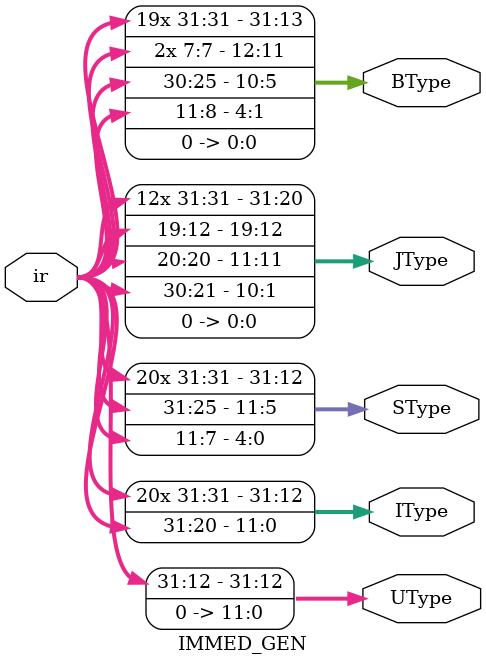
<source format=sv>
`timescale 1ns / 1ps


module IMMED_GEN(

    input logic [31:7] ir,
    
    output logic [31:0] UType,
    output logic [31:0] IType,
    output logic [31:0] SType,
    output logic [31:0] JType,
    output logic [31:0] BType
    );
    
    assign UType = { {ir[31:12]}, {12{1'b0}} };                                             //each type is a combination of 
    assign IType = { {21{ir[31]}}, {ir[30:20]} };                                           //different bits of the input
    assign SType = { {21{ir[31]}}, {ir[30:25]}, {ir[11:7]}} ;                               //all are created and output
    assign JType = { {20{ir[31]}}, {ir[19:12]}, {{ir[20]}}, {ir[30:21]}, 1'b0 };
    assign BType = { {20{ir[31]}}, {2{ir[7]}}, {ir[30:25]}, {ir[11:8]}, 1'b0 };
    
    
endmodule

</source>
